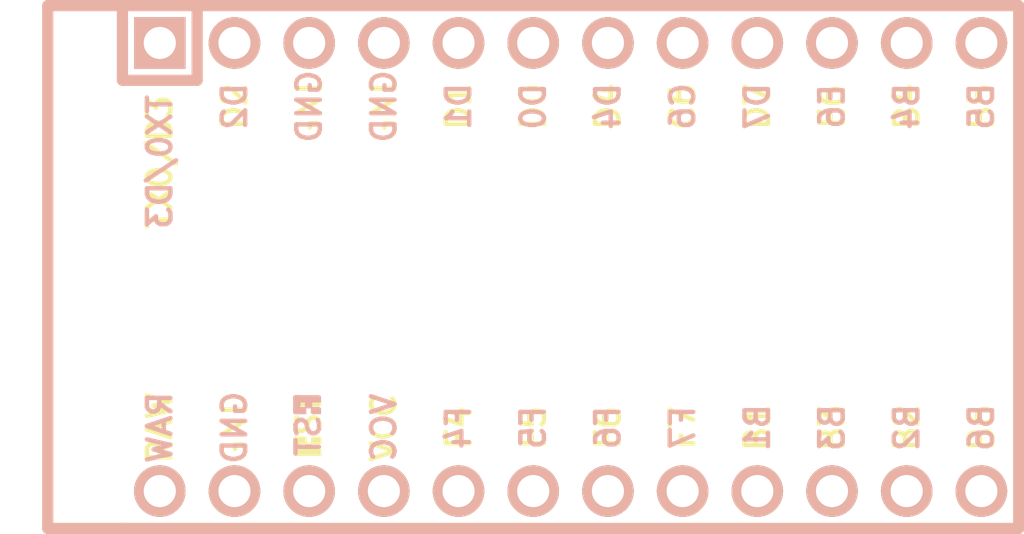
<source format=kicad_pcb>
(kicad_pcb (version 20221018) (generator pcbnew)
  (layers (0 "F.Cu" signal) (31 "B.Cu" signal) (34 "B.Paste" user) (35 "F.Paste" user) (36 "B.SilkS" user "B.Silkscreen") (37 "F.SilkS" user "F.Silkscreen") (38 "B.Mask" user) (39 "F.Mask" user) (44 "Edge.Cuts" user))
  (net 0 "")
  (footprint "Keebio-Parts:ArduinoProMicro" (layer "B.Cu") (at 64.41 38.92)
    (fp_text reference "U1" hide)
    (fp_text value "ProMicro" hide)
    (fp_text user "D7" (at 6.35 -5.461 90) (layer "B.SilkS") (effects (font (size 0.8 0.8)) (justify mirror)))
    (fp_text user "B2" (at 11.43 5.461 90) (layer "B.SilkS") (effects (font (size 0.8 0.8)) (justify mirror)))
    (fp_text user "C6" (at 3.81 -5.461 90) (layer "B.SilkS") (effects (font (size 0.8 0.8)) (justify mirror)))
    (fp_text user "E6" (at 8.89 -5.461 90) (layer "B.SilkS") (effects (font (size 0.8 0.8)) (justify mirror)))
    (fp_text user "B1" (at 6.35 5.461 90) (layer "B.SilkS") (effects (font (size 0.8 0.8)) (justify mirror)))
    (fp_text user "ST" (at -8.92 5.73312 90) (layer "B.SilkS") (effects (font (size 0.8 0.8)) (justify mirror)))
    (fp_text user "F7" (at 3.81 5.461 90) (layer "B.SilkS") (effects (font (size 0.8 0.8)) (justify mirror)))
    (fp_text user "B6" (at 13.97 5.461 90) (layer "B.SilkS") (effects (font (size 0.8 0.8)) (justify mirror)))
    (fp_text user "B5" (at 13.97 -5.461 90) (layer "B.SilkS") (effects (font (size 0.8 0.8)) (justify mirror)))
    (fp_text user "D4" (at 1.27 -5.461 90) (layer "B.SilkS") (effects (font (size 0.8 0.8)) (justify mirror)))
    (fp_text user "D0" (at -1.27 -5.461 90) (layer "B.SilkS") (effects (font (size 0.8 0.8)) (justify mirror)))
    (fp_text user "GND" (at -6.35 -5.461 90) (layer "B.SilkS") (effects (font (size 0.8 0.8)) (justify mirror)))
    (fp_text user "RAW" (at -13.97 5.461 90) (layer "B.SilkS") (effects (font (size 0.8 0.8)) (justify mirror)))
    (fp_text user "GND" (at -11.43 5.461 90) (layer "B.SilkS") (effects (font (size 0.8 0.8)) (justify mirror)))
    (fp_text user "F4" (at -3.81 5.461 90) (layer "B.SilkS") (effects (font (size 0.8 0.8)) (justify mirror)))
    (fp_text user "TX0/D3" (at -13.97 -3.571872 90) (layer "B.SilkS") (effects (font (size 0.8 0.8)) (justify mirror)))
    (fp_text user "VCC" (at -6.35 5.461 90) (layer "B.SilkS") (effects (font (size 0.8 0.8)) (justify mirror)))
    (fp_text user "D2" (at -11.43 -5.461 90) (layer "B.SilkS") (effects (font (size 0.8 0.8)) (justify mirror)))
    (fp_text user "F5" (at -1.27 5.461 90) (layer "B.SilkS") (effects (font (size 0.8 0.8)) (justify mirror)))
    (fp_text user "GND" (at -8.89 -5.461 90) (layer "B.SilkS") (effects (font (size 0.8 0.8)) (justify mirror)))
    (fp_text user "B4" (at 11.43 -5.461 90) (layer "B.SilkS") (effects (font (size 0.8 0.8)) (justify mirror)))
    (fp_text user "F6" (at 1.27 5.461 90) (layer "B.SilkS") (effects (font (size 0.8 0.8)) (justify mirror)))
    (fp_text user "B3" (at 8.89 5.461 90) (layer "B.SilkS") (effects (font (size 0.8 0.8)) (justify mirror)))
    (fp_text user "D1" (at -3.81 -5.461 90) (layer "B.SilkS") (effects (font (size 0.8 0.8)) (justify mirror)))
    (fp_text user "GND" (at -8.89 -5.461 90) (layer "F.SilkS") (effects (font (size 0.8 0.8))))
    (fp_text user "B5" (at 13.97 -5.461 90) (layer "F.SilkS") (effects (font (size 0.8 0.8))))
    (fp_text user "F7" (at 3.81 5.461 90) (layer "F.SilkS") (effects (font (size 0.8 0.8))))
    (fp_text user "RAW" (at -13.97 5.461 90) (layer "F.SilkS") (effects (font (size 0.8 0.8))))
    (fp_text user "GND" (at -11.43 5.461 90) (layer "F.SilkS") (effects (font (size 0.8 0.8))))
    (fp_text user "GND" (at -6.35 -5.461 90) (layer "F.SilkS") (effects (font (size 0.8 0.8))))
    (fp_text user "D4" (at 1.27 -5.461 90) (layer "F.SilkS") (effects (font (size 0.8 0.8))))
    (fp_text user "E6" (at 8.89 -5.461 90) (layer "F.SilkS") (effects (font (size 0.8 0.8))))
    (fp_text user "F5" (at -1.27 5.461 90) (layer "F.SilkS") (effects (font (size 0.8 0.8))))
    (fp_text user "TX0/D3" (at -13.97 -3.571872 90) (layer "F.SilkS") (effects (font (size 0.8 0.8))))
    (fp_text user "B4" (at 11.43 -5.461 90) (layer "F.SilkS") (effects (font (size 0.8 0.8))))
    (fp_text user "B6" (at 13.97 5.461 90) (layer "F.SilkS") (effects (font (size 0.8 0.8))))
    (fp_text user "F4" (at -3.81 5.461 90) (layer "F.SilkS") (effects (font (size 0.8 0.8))))
    (fp_text user "D2" (at -11.43 -5.461 90) (layer "F.SilkS") (effects (font (size 0.8 0.8))))
    (fp_text user "B1" (at 6.35 5.461 90) (layer "F.SilkS") (effects (font (size 0.8 0.8))))
    (fp_text user "VCC" (at -6.35 5.461 90) (layer "F.SilkS") (effects (font (size 0.8 0.8))))
    (fp_text user "ST" (at -8.91 5.04 90) (layer "F.SilkS") (effects (font (size 0.8 0.8))))
    (fp_text user "D1" (at -3.81 -5.461 90) (layer "F.SilkS") (effects (font (size 0.8 0.8))))
    (fp_text user "B3" (at 8.89 5.461 90) (layer "F.SilkS") (effects (font (size 0.8 0.8))))
    (fp_text user "D0" (at -1.27 -5.461 90) (layer "F.SilkS") (effects (font (size 0.8 0.8))))
    (fp_text user "C6" (at 3.81 -5.461 90) (layer "F.SilkS") (effects (font (size 0.8 0.8))))
    (fp_text user "B2" (at 11.43 5.461 90) (layer "F.SilkS") (effects (font (size 0.8 0.8))))
    (fp_text user "D7" (at 6.35 -5.461 90) (layer "F.SilkS") (effects (font (size 0.8 0.8))))
    (fp_text user "F6" (at 1.27 5.461 90) (layer "F.SilkS") (effects (font (size 0.8 0.8))))
    (fp_line (start -17.78 -8.89) (end -15.24 -8.89) (stroke (width 0.381)) (layer "B.SilkS"))
    (fp_line (start -17.78 8.89) (end -17.78 -8.89) (stroke (width 0.381)) (layer "B.SilkS"))
    (fp_line (start -15.24 -8.89) (end 15.24 -8.89) (stroke (width 0.381)) (layer "B.SilkS"))
    (fp_line (start -15.24 -6.35) (end -15.24 -8.89) (stroke (width 0.381)) (layer "B.SilkS"))
    (fp_line (start -15.24 -6.35) (end -12.7 -6.35) (stroke (width 0.381)) (layer "B.SilkS"))
    (fp_line (start -15.24 8.89) (end -17.78 8.89) (stroke (width 0.381)) (layer "B.SilkS"))
    (fp_line (start -12.7 -6.35) (end -12.7 -8.89) (stroke (width 0.381)) (layer "B.SilkS"))
    (fp_line (start 15.24 -8.89) (end 15.24 8.89) (stroke (width 0.381)) (layer "B.SilkS"))
    (fp_line (start 15.24 8.89) (end -15.24 8.89) (stroke (width 0.381)) (layer "B.SilkS"))
    (fp_poly (pts (xy -9.36064 4.531568) (xy -8.56064 4.531568) (xy -8.56064 4.431568) (xy -9.36064 4.431568)) (stroke (width 0.15)) (fill solid) (layer "B.SilkS"))
    (fp_poly (pts (xy -9.36064 4.931568) (xy -9.26064 4.931568) (xy -9.26064 4.431568) (xy -9.36064 4.431568)) (stroke (width 0.15)) (fill solid) (layer "B.SilkS"))
    (fp_poly (pts (xy -9.36064 4.931568) (xy -9.06064 4.931568) (xy -9.06064 4.831568) (xy -9.36064 4.831568)) (stroke (width 0.15)) (fill solid) (layer "B.SilkS"))
    (fp_poly (pts (xy -8.96064 4.731568) (xy -8.86064 4.731568) (xy -8.86064 4.631568) (xy -8.96064 4.631568)) (stroke (width 0.15)) (fill solid) (layer "B.SilkS"))
    (fp_poly (pts (xy -8.76064 4.931568) (xy -8.56064 4.931568) (xy -8.56064 4.831568) (xy -8.76064 4.831568)) (stroke (width 0.15)) (fill solid) (layer "B.SilkS"))
    (fp_line (start -17.78 -8.89) (end 15.24 -8.89) (stroke (width 0.381)) (layer "F.SilkS"))
    (fp_line (start -17.78 8.89) (end -17.78 -8.89) (stroke (width 0.381)) (layer "F.SilkS"))
    (fp_line (start -15.24 -6.35) (end -15.24 -8.89) (stroke (width 0.381)) (layer "F.SilkS"))
    (fp_line (start -15.24 -6.35) (end -12.7 -6.35) (stroke (width 0.381)) (layer "F.SilkS"))
    (fp_line (start -12.7 -6.35) (end -12.7 -8.89) (stroke (width 0.381)) (layer "F.SilkS"))
    (fp_line (start 15.24 -8.89) (end 15.24 8.89) (stroke (width 0.381)) (layer "F.SilkS"))
    (fp_line (start 15.24 8.89) (end -17.78 8.89) (stroke (width 0.381)) (layer "F.SilkS"))
    (fp_poly (pts (xy -9.35097 5.844635) (xy -9.25097 5.844635) (xy -9.25097 6.344635) (xy -9.35097 6.344635)) (stroke (width 0.15)) (fill solid) (layer "F.SilkS"))
    (fp_poly (pts (xy -9.35097 5.844635) (xy -9.05097 5.844635) (xy -9.05097 5.944635) (xy -9.35097 5.944635)) (stroke (width 0.15)) (fill solid) (layer "F.SilkS"))
    (fp_poly (pts (xy -9.35097 6.244635) (xy -8.55097 6.244635) (xy -8.55097 6.344635) (xy -9.35097 6.344635)) (stroke (width 0.15)) (fill solid) (layer "F.SilkS"))
    (fp_poly (pts (xy -8.95097 6.044635) (xy -8.85097 6.044635) (xy -8.85097 6.144635) (xy -8.95097 6.144635)) (stroke (width 0.15)) (fill solid) (layer "F.SilkS"))
    (fp_poly (pts (xy -8.75097 5.844635) (xy -8.55097 5.844635) (xy -8.55097 5.944635) (xy -8.75097 5.944635)) (stroke (width 0.15)) (fill solid) (layer "F.SilkS"))
    (pad "1" thru_hole rect (at -13.97 -7.62) (size 1.7526 1.7526) (drill 1.0922) (layers "*.Cu" "*.SilkS" "*.Mask"))
    (pad "2" thru_hole circle (at -11.43 -7.62) (size 1.7526 1.7526) (drill 1.0922) (layers "*.Cu" "*.SilkS" "*.Mask"))
    (pad "3" thru_hole circle (at -8.89 -7.62) (size 1.7526 1.7526) (drill 1.0922) (layers "*.Cu" "*.SilkS" "*.Mask"))
    (pad "4" thru_hole circle (at -6.35 -7.62) (size 1.7526 1.7526) (drill 1.0922) (layers "*.Cu" "*.SilkS" "*.Mask"))
    (pad "5" thru_hole circle (at -3.81 -7.62) (size 1.7526 1.7526) (drill 1.0922) (layers "*.Cu" "*.SilkS" "*.Mask"))
    (pad "6" thru_hole circle (at -1.27 -7.62) (size 1.7526 1.7526) (drill 1.0922) (layers "*.Cu" "*.SilkS" "*.Mask"))
    (pad "7" thru_hole circle (at 1.27 -7.62) (size 1.7526 1.7526) (drill 1.0922) (layers "*.Cu" "*.SilkS" "*.Mask"))
    (pad "8" thru_hole circle (at 3.81 -7.62) (size 1.7526 1.7526) (drill 1.0922) (layers "*.Cu" "*.SilkS" "*.Mask"))
    (pad "9" thru_hole circle (at 6.35 -7.62) (size 1.7526 1.7526) (drill 1.0922) (layers "*.Cu" "*.SilkS" "*.Mask"))
    (pad "10" thru_hole circle (at 8.89 -7.62) (size 1.7526 1.7526) (drill 1.0922) (layers "*.Cu" "*.SilkS" "*.Mask"))
    (pad "11" thru_hole circle (at 11.43 -7.62) (size 1.7526 1.7526) (drill 1.0922) (layers "*.Cu" "*.SilkS" "*.Mask"))
    (pad "12" thru_hole circle (at 13.97 -7.62) (size 1.7526 1.7526) (drill 1.0922) (layers "*.Cu" "*.SilkS" "*.Mask"))
    (pad "13" thru_hole circle (at 13.97 7.62) (size 1.7526 1.7526) (drill 1.0922) (layers "*.Cu" "*.SilkS" "*.Mask"))
    (pad "14" thru_hole circle (at 11.43 7.62) (size 1.7526 1.7526) (drill 1.0922) (layers "*.Cu" "*.SilkS" "*.Mask"))
    (pad "15" thru_hole circle (at 8.89 7.62) (size 1.7526 1.7526) (drill 1.0922) (layers "*.Cu" "*.SilkS" "*.Mask"))
    (pad "16" thru_hole circle (at 6.35 7.62) (size 1.7526 1.7526) (drill 1.0922) (layers "*.Cu" "*.SilkS" "*.Mask"))
    (pad "17" thru_hole circle (at 3.81 7.62) (size 1.7526 1.7526) (drill 1.0922) (layers "*.Cu" "*.SilkS" "*.Mask"))
    (pad "18" thru_hole circle (at 1.27 7.62) (size 1.7526 1.7526) (drill 1.0922) (layers "*.Cu" "*.SilkS" "*.Mask"))
    (pad "19" thru_hole circle (at -1.27 7.62) (size 1.7526 1.7526) (drill 1.0922) (layers "*.Cu" "*.SilkS" "*.Mask"))
    (pad "20" thru_hole circle (at -3.81 7.62) (size 1.7526 1.7526) (drill 1.0922) (layers "*.Cu" "*.SilkS" "*.Mask"))
    (pad "21" thru_hole circle (at -6.35 7.62) (size 1.7526 1.7526) (drill 1.0922) (layers "*.Cu" "*.SilkS" "*.Mask"))
    (pad "22" thru_hole circle (at -8.89 7.62) (size 1.7526 1.7526) (drill 1.0922) (layers "*.Cu" "*.SilkS" "*.Mask"))
    (pad "23" thru_hole circle (at -11.43 7.62) (size 1.7526 1.7526) (drill 1.0922) (layers "*.Cu" "*.SilkS" "*.Mask"))
    (pad "24" thru_hole circle (at -13.97 7.62) (size 1.7526 1.7526) (drill 1.0922) (layers "*.Cu" "*.SilkS" "*.Mask"))
  )
)
</source>
